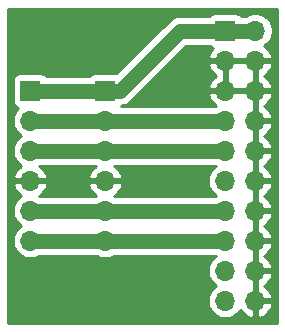
<source format=gtl>
%TF.GenerationSoftware,KiCad,Pcbnew,5.1.10-1.fc32*%
%TF.CreationDate,2021-08-09T17:47:35+02:00*%
%TF.ProjectId,stlink_dongle,73746c69-6e6b-45f6-946f-6e676c652e6b,rev?*%
%TF.SameCoordinates,Original*%
%TF.FileFunction,Copper,L1,Top*%
%TF.FilePolarity,Positive*%
%FSLAX46Y46*%
G04 Gerber Fmt 4.6, Leading zero omitted, Abs format (unit mm)*
G04 Created by KiCad (PCBNEW 5.1.10-1.fc32) date 2021-08-09 17:47:35*
%MOMM*%
%LPD*%
G01*
G04 APERTURE LIST*
%TA.AperFunction,ComponentPad*%
%ADD10R,1.700000X1.700000*%
%TD*%
%TA.AperFunction,ComponentPad*%
%ADD11O,1.700000X1.700000*%
%TD*%
%TA.AperFunction,Conductor*%
%ADD12C,1.270000*%
%TD*%
%TA.AperFunction,Conductor*%
%ADD13C,0.254000*%
%TD*%
%TA.AperFunction,Conductor*%
%ADD14C,0.100000*%
%TD*%
G04 APERTURE END LIST*
D10*
%TO.P,J1,1*%
%TO.N,/target_vdd*%
X190500000Y-81280000D03*
D11*
%TO.P,J1,2*%
%TO.N,/swd_io*%
X190500000Y-83820000D03*
%TO.P,J1,3*%
%TO.N,/swd_clk*%
X190500000Y-86360000D03*
%TO.P,J1,4*%
%TO.N,GND*%
X190500000Y-88900000D03*
%TO.P,J1,5*%
%TO.N,/traceswo*%
X190500000Y-91440000D03*
%TO.P,J1,6*%
%TO.N,/nrst*%
X190500000Y-93980000D03*
%TD*%
D10*
%TO.P,J2,1*%
%TO.N,/target_vdd*%
X196850000Y-81280000D03*
D11*
%TO.P,J2,2*%
%TO.N,/swd_io*%
X196850000Y-83820000D03*
%TO.P,J2,3*%
%TO.N,/swd_clk*%
X196850000Y-86360000D03*
%TO.P,J2,4*%
%TO.N,GND*%
X196850000Y-88900000D03*
%TO.P,J2,5*%
%TO.N,/traceswo*%
X196850000Y-91440000D03*
%TO.P,J2,6*%
%TO.N,/nrst*%
X196850000Y-93980000D03*
%TD*%
D10*
%TO.P,J3,1*%
%TO.N,/target_vdd*%
X207010000Y-76200000D03*
D11*
%TO.P,J3,2*%
X209550000Y-76200000D03*
%TO.P,J3,3*%
%TO.N,GND*%
X207010000Y-78740000D03*
%TO.P,J3,4*%
X209550000Y-78740000D03*
%TO.P,J3,5*%
X207010000Y-81280000D03*
%TO.P,J3,6*%
X209550000Y-81280000D03*
%TO.P,J3,7*%
%TO.N,/swd_io*%
X207010000Y-83820000D03*
%TO.P,J3,8*%
%TO.N,GND*%
X209550000Y-83820000D03*
%TO.P,J3,9*%
%TO.N,/swd_clk*%
X207010000Y-86360000D03*
%TO.P,J3,10*%
%TO.N,GND*%
X209550000Y-86360000D03*
%TO.P,J3,11*%
%TO.N,Net-(J3-Pad11)*%
X207010000Y-88900000D03*
%TO.P,J3,12*%
%TO.N,GND*%
X209550000Y-88900000D03*
%TO.P,J3,13*%
%TO.N,/traceswo*%
X207010000Y-91440000D03*
%TO.P,J3,14*%
%TO.N,GND*%
X209550000Y-91440000D03*
%TO.P,J3,15*%
%TO.N,/nrst*%
X207010000Y-93980000D03*
%TO.P,J3,16*%
%TO.N,GND*%
X209550000Y-93980000D03*
%TO.P,J3,17*%
%TO.N,Net-(J3-Pad17)*%
X207010000Y-96520000D03*
%TO.P,J3,18*%
%TO.N,GND*%
X209550000Y-96520000D03*
%TO.P,J3,19*%
%TO.N,Net-(J3-Pad19)*%
X207010000Y-99060000D03*
%TO.P,J3,20*%
%TO.N,GND*%
X209550000Y-99060000D03*
%TD*%
D12*
%TO.N,/target_vdd*%
X196850000Y-81280000D02*
X198120000Y-81280000D01*
X203200000Y-76200000D02*
X207010000Y-76200000D01*
X198120000Y-81280000D02*
X203200000Y-76200000D01*
X207010000Y-76200000D02*
X209550000Y-76200000D01*
X190500000Y-81280000D02*
X196850000Y-81280000D01*
%TO.N,/swd_io*%
X196850000Y-83820000D02*
X207010000Y-83820000D01*
X190500000Y-83820000D02*
X196850000Y-83820000D01*
%TO.N,/swd_clk*%
X196850000Y-86360000D02*
X207010000Y-86360000D01*
X190500000Y-86360000D02*
X196850000Y-86360000D01*
%TO.N,/traceswo*%
X196850000Y-91440000D02*
X207010000Y-91440000D01*
X190500000Y-91440000D02*
X196850000Y-91440000D01*
%TO.N,/nrst*%
X190500000Y-93980000D02*
X196850000Y-93980000D01*
X196850000Y-93980000D02*
X207010000Y-93980000D01*
%TD*%
D13*
%TO.N,GND*%
X211405001Y-100915000D02*
X188645000Y-100915000D01*
X188645000Y-80430000D01*
X189011928Y-80430000D01*
X189011928Y-82130000D01*
X189024188Y-82254482D01*
X189060498Y-82374180D01*
X189119463Y-82484494D01*
X189198815Y-82581185D01*
X189295506Y-82660537D01*
X189405820Y-82719502D01*
X189478380Y-82741513D01*
X189346525Y-82873368D01*
X189184010Y-83116589D01*
X189072068Y-83386842D01*
X189015000Y-83673740D01*
X189015000Y-83966260D01*
X189072068Y-84253158D01*
X189184010Y-84523411D01*
X189346525Y-84766632D01*
X189553368Y-84973475D01*
X189727760Y-85090000D01*
X189553368Y-85206525D01*
X189346525Y-85413368D01*
X189184010Y-85656589D01*
X189072068Y-85926842D01*
X189015000Y-86213740D01*
X189015000Y-86506260D01*
X189072068Y-86793158D01*
X189184010Y-87063411D01*
X189346525Y-87306632D01*
X189553368Y-87513475D01*
X189735534Y-87635195D01*
X189618645Y-87704822D01*
X189402412Y-87899731D01*
X189228359Y-88133080D01*
X189103175Y-88395901D01*
X189058524Y-88543110D01*
X189179845Y-88773000D01*
X190373000Y-88773000D01*
X190373000Y-88753000D01*
X190627000Y-88753000D01*
X190627000Y-88773000D01*
X191820155Y-88773000D01*
X191941476Y-88543110D01*
X191896825Y-88395901D01*
X191771641Y-88133080D01*
X191597588Y-87899731D01*
X191381355Y-87704822D01*
X191264466Y-87635195D01*
X191272240Y-87630000D01*
X196077760Y-87630000D01*
X196085534Y-87635195D01*
X195968645Y-87704822D01*
X195752412Y-87899731D01*
X195578359Y-88133080D01*
X195453175Y-88395901D01*
X195408524Y-88543110D01*
X195529845Y-88773000D01*
X196723000Y-88773000D01*
X196723000Y-88753000D01*
X196977000Y-88753000D01*
X196977000Y-88773000D01*
X198170155Y-88773000D01*
X198291476Y-88543110D01*
X198246825Y-88395901D01*
X198121641Y-88133080D01*
X197947588Y-87899731D01*
X197731355Y-87704822D01*
X197614466Y-87635195D01*
X197622240Y-87630000D01*
X206237760Y-87630000D01*
X206063368Y-87746525D01*
X205856525Y-87953368D01*
X205694010Y-88196589D01*
X205582068Y-88466842D01*
X205525000Y-88753740D01*
X205525000Y-89046260D01*
X205582068Y-89333158D01*
X205694010Y-89603411D01*
X205856525Y-89846632D01*
X206063368Y-90053475D01*
X206237760Y-90170000D01*
X197622240Y-90170000D01*
X197614466Y-90164805D01*
X197731355Y-90095178D01*
X197947588Y-89900269D01*
X198121641Y-89666920D01*
X198246825Y-89404099D01*
X198291476Y-89256890D01*
X198170155Y-89027000D01*
X196977000Y-89027000D01*
X196977000Y-89047000D01*
X196723000Y-89047000D01*
X196723000Y-89027000D01*
X195529845Y-89027000D01*
X195408524Y-89256890D01*
X195453175Y-89404099D01*
X195578359Y-89666920D01*
X195752412Y-89900269D01*
X195968645Y-90095178D01*
X196085534Y-90164805D01*
X196077760Y-90170000D01*
X191272240Y-90170000D01*
X191264466Y-90164805D01*
X191381355Y-90095178D01*
X191597588Y-89900269D01*
X191771641Y-89666920D01*
X191896825Y-89404099D01*
X191941476Y-89256890D01*
X191820155Y-89027000D01*
X190627000Y-89027000D01*
X190627000Y-89047000D01*
X190373000Y-89047000D01*
X190373000Y-89027000D01*
X189179845Y-89027000D01*
X189058524Y-89256890D01*
X189103175Y-89404099D01*
X189228359Y-89666920D01*
X189402412Y-89900269D01*
X189618645Y-90095178D01*
X189735534Y-90164805D01*
X189553368Y-90286525D01*
X189346525Y-90493368D01*
X189184010Y-90736589D01*
X189072068Y-91006842D01*
X189015000Y-91293740D01*
X189015000Y-91586260D01*
X189072068Y-91873158D01*
X189184010Y-92143411D01*
X189346525Y-92386632D01*
X189553368Y-92593475D01*
X189727760Y-92710000D01*
X189553368Y-92826525D01*
X189346525Y-93033368D01*
X189184010Y-93276589D01*
X189072068Y-93546842D01*
X189015000Y-93833740D01*
X189015000Y-94126260D01*
X189072068Y-94413158D01*
X189184010Y-94683411D01*
X189346525Y-94926632D01*
X189553368Y-95133475D01*
X189796589Y-95295990D01*
X190066842Y-95407932D01*
X190353740Y-95465000D01*
X190646260Y-95465000D01*
X190933158Y-95407932D01*
X191203411Y-95295990D01*
X191272240Y-95250000D01*
X196077760Y-95250000D01*
X196146589Y-95295990D01*
X196416842Y-95407932D01*
X196703740Y-95465000D01*
X196996260Y-95465000D01*
X197283158Y-95407932D01*
X197553411Y-95295990D01*
X197622240Y-95250000D01*
X206237760Y-95250000D01*
X206063368Y-95366525D01*
X205856525Y-95573368D01*
X205694010Y-95816589D01*
X205582068Y-96086842D01*
X205525000Y-96373740D01*
X205525000Y-96666260D01*
X205582068Y-96953158D01*
X205694010Y-97223411D01*
X205856525Y-97466632D01*
X206063368Y-97673475D01*
X206237760Y-97790000D01*
X206063368Y-97906525D01*
X205856525Y-98113368D01*
X205694010Y-98356589D01*
X205582068Y-98626842D01*
X205525000Y-98913740D01*
X205525000Y-99206260D01*
X205582068Y-99493158D01*
X205694010Y-99763411D01*
X205856525Y-100006632D01*
X206063368Y-100213475D01*
X206306589Y-100375990D01*
X206576842Y-100487932D01*
X206863740Y-100545000D01*
X207156260Y-100545000D01*
X207443158Y-100487932D01*
X207713411Y-100375990D01*
X207956632Y-100213475D01*
X208163475Y-100006632D01*
X208281100Y-99830594D01*
X208452412Y-100060269D01*
X208668645Y-100255178D01*
X208918748Y-100404157D01*
X209193109Y-100501481D01*
X209423000Y-100380814D01*
X209423000Y-99187000D01*
X209677000Y-99187000D01*
X209677000Y-100380814D01*
X209906891Y-100501481D01*
X210181252Y-100404157D01*
X210431355Y-100255178D01*
X210647588Y-100060269D01*
X210821641Y-99826920D01*
X210946825Y-99564099D01*
X210991476Y-99416890D01*
X210870155Y-99187000D01*
X209677000Y-99187000D01*
X209423000Y-99187000D01*
X209403000Y-99187000D01*
X209403000Y-98933000D01*
X209423000Y-98933000D01*
X209423000Y-96647000D01*
X209677000Y-96647000D01*
X209677000Y-98933000D01*
X210870155Y-98933000D01*
X210991476Y-98703110D01*
X210946825Y-98555901D01*
X210821641Y-98293080D01*
X210647588Y-98059731D01*
X210431355Y-97864822D01*
X210305745Y-97790000D01*
X210431355Y-97715178D01*
X210647588Y-97520269D01*
X210821641Y-97286920D01*
X210946825Y-97024099D01*
X210991476Y-96876890D01*
X210870155Y-96647000D01*
X209677000Y-96647000D01*
X209423000Y-96647000D01*
X209403000Y-96647000D01*
X209403000Y-96393000D01*
X209423000Y-96393000D01*
X209423000Y-94107000D01*
X209677000Y-94107000D01*
X209677000Y-96393000D01*
X210870155Y-96393000D01*
X210991476Y-96163110D01*
X210946825Y-96015901D01*
X210821641Y-95753080D01*
X210647588Y-95519731D01*
X210431355Y-95324822D01*
X210305745Y-95250000D01*
X210431355Y-95175178D01*
X210647588Y-94980269D01*
X210821641Y-94746920D01*
X210946825Y-94484099D01*
X210991476Y-94336890D01*
X210870155Y-94107000D01*
X209677000Y-94107000D01*
X209423000Y-94107000D01*
X209403000Y-94107000D01*
X209403000Y-93853000D01*
X209423000Y-93853000D01*
X209423000Y-91567000D01*
X209677000Y-91567000D01*
X209677000Y-93853000D01*
X210870155Y-93853000D01*
X210991476Y-93623110D01*
X210946825Y-93475901D01*
X210821641Y-93213080D01*
X210647588Y-92979731D01*
X210431355Y-92784822D01*
X210305745Y-92710000D01*
X210431355Y-92635178D01*
X210647588Y-92440269D01*
X210821641Y-92206920D01*
X210946825Y-91944099D01*
X210991476Y-91796890D01*
X210870155Y-91567000D01*
X209677000Y-91567000D01*
X209423000Y-91567000D01*
X209403000Y-91567000D01*
X209403000Y-91313000D01*
X209423000Y-91313000D01*
X209423000Y-89027000D01*
X209677000Y-89027000D01*
X209677000Y-91313000D01*
X210870155Y-91313000D01*
X210991476Y-91083110D01*
X210946825Y-90935901D01*
X210821641Y-90673080D01*
X210647588Y-90439731D01*
X210431355Y-90244822D01*
X210305745Y-90170000D01*
X210431355Y-90095178D01*
X210647588Y-89900269D01*
X210821641Y-89666920D01*
X210946825Y-89404099D01*
X210991476Y-89256890D01*
X210870155Y-89027000D01*
X209677000Y-89027000D01*
X209423000Y-89027000D01*
X209403000Y-89027000D01*
X209403000Y-88773000D01*
X209423000Y-88773000D01*
X209423000Y-86487000D01*
X209677000Y-86487000D01*
X209677000Y-88773000D01*
X210870155Y-88773000D01*
X210991476Y-88543110D01*
X210946825Y-88395901D01*
X210821641Y-88133080D01*
X210647588Y-87899731D01*
X210431355Y-87704822D01*
X210305745Y-87630000D01*
X210431355Y-87555178D01*
X210647588Y-87360269D01*
X210821641Y-87126920D01*
X210946825Y-86864099D01*
X210991476Y-86716890D01*
X210870155Y-86487000D01*
X209677000Y-86487000D01*
X209423000Y-86487000D01*
X209403000Y-86487000D01*
X209403000Y-86233000D01*
X209423000Y-86233000D01*
X209423000Y-83947000D01*
X209677000Y-83947000D01*
X209677000Y-86233000D01*
X210870155Y-86233000D01*
X210991476Y-86003110D01*
X210946825Y-85855901D01*
X210821641Y-85593080D01*
X210647588Y-85359731D01*
X210431355Y-85164822D01*
X210305745Y-85090000D01*
X210431355Y-85015178D01*
X210647588Y-84820269D01*
X210821641Y-84586920D01*
X210946825Y-84324099D01*
X210991476Y-84176890D01*
X210870155Y-83947000D01*
X209677000Y-83947000D01*
X209423000Y-83947000D01*
X209403000Y-83947000D01*
X209403000Y-83693000D01*
X209423000Y-83693000D01*
X209423000Y-81407000D01*
X209677000Y-81407000D01*
X209677000Y-83693000D01*
X210870155Y-83693000D01*
X210991476Y-83463110D01*
X210946825Y-83315901D01*
X210821641Y-83053080D01*
X210647588Y-82819731D01*
X210431355Y-82624822D01*
X210305745Y-82550000D01*
X210431355Y-82475178D01*
X210647588Y-82280269D01*
X210821641Y-82046920D01*
X210946825Y-81784099D01*
X210991476Y-81636890D01*
X210870155Y-81407000D01*
X209677000Y-81407000D01*
X209423000Y-81407000D01*
X207137000Y-81407000D01*
X207137000Y-81427000D01*
X206883000Y-81427000D01*
X206883000Y-81407000D01*
X205689845Y-81407000D01*
X205568524Y-81636890D01*
X205613175Y-81784099D01*
X205738359Y-82046920D01*
X205912412Y-82280269D01*
X206128645Y-82475178D01*
X206245534Y-82544805D01*
X206237760Y-82550000D01*
X198182380Y-82550000D01*
X198368963Y-82531623D01*
X198608359Y-82459003D01*
X198828988Y-82341075D01*
X199022370Y-82182370D01*
X199062141Y-82133909D01*
X202099161Y-79096890D01*
X205568524Y-79096890D01*
X205613175Y-79244099D01*
X205738359Y-79506920D01*
X205912412Y-79740269D01*
X206128645Y-79935178D01*
X206254255Y-80010000D01*
X206128645Y-80084822D01*
X205912412Y-80279731D01*
X205738359Y-80513080D01*
X205613175Y-80775901D01*
X205568524Y-80923110D01*
X205689845Y-81153000D01*
X206883000Y-81153000D01*
X206883000Y-78867000D01*
X207137000Y-78867000D01*
X207137000Y-81153000D01*
X209423000Y-81153000D01*
X209423000Y-78867000D01*
X209677000Y-78867000D01*
X209677000Y-81153000D01*
X210870155Y-81153000D01*
X210991476Y-80923110D01*
X210946825Y-80775901D01*
X210821641Y-80513080D01*
X210647588Y-80279731D01*
X210431355Y-80084822D01*
X210305745Y-80010000D01*
X210431355Y-79935178D01*
X210647588Y-79740269D01*
X210821641Y-79506920D01*
X210946825Y-79244099D01*
X210991476Y-79096890D01*
X210870155Y-78867000D01*
X209677000Y-78867000D01*
X209423000Y-78867000D01*
X207137000Y-78867000D01*
X206883000Y-78867000D01*
X205689845Y-78867000D01*
X205568524Y-79096890D01*
X202099161Y-79096890D01*
X203726052Y-77470000D01*
X205683222Y-77470000D01*
X205708815Y-77501185D01*
X205805506Y-77580537D01*
X205915820Y-77639502D01*
X205996466Y-77663966D01*
X205912412Y-77739731D01*
X205738359Y-77973080D01*
X205613175Y-78235901D01*
X205568524Y-78383110D01*
X205689845Y-78613000D01*
X206883000Y-78613000D01*
X206883000Y-78593000D01*
X207137000Y-78593000D01*
X207137000Y-78613000D01*
X209423000Y-78613000D01*
X209423000Y-78593000D01*
X209677000Y-78593000D01*
X209677000Y-78613000D01*
X210870155Y-78613000D01*
X210991476Y-78383110D01*
X210946825Y-78235901D01*
X210821641Y-77973080D01*
X210647588Y-77739731D01*
X210431355Y-77544822D01*
X210314466Y-77475195D01*
X210496632Y-77353475D01*
X210703475Y-77146632D01*
X210865990Y-76903411D01*
X210977932Y-76633158D01*
X211035000Y-76346260D01*
X211035000Y-76053740D01*
X210977932Y-75766842D01*
X210865990Y-75496589D01*
X210703475Y-75253368D01*
X210496632Y-75046525D01*
X210253411Y-74884010D01*
X209983158Y-74772068D01*
X209696260Y-74715000D01*
X209403740Y-74715000D01*
X209116842Y-74772068D01*
X208846589Y-74884010D01*
X208777760Y-74930000D01*
X208336778Y-74930000D01*
X208311185Y-74898815D01*
X208214494Y-74819463D01*
X208104180Y-74760498D01*
X207984482Y-74724188D01*
X207860000Y-74711928D01*
X206160000Y-74711928D01*
X206035518Y-74724188D01*
X205915820Y-74760498D01*
X205805506Y-74819463D01*
X205708815Y-74898815D01*
X205683222Y-74930000D01*
X203262373Y-74930000D01*
X203200000Y-74923857D01*
X203137627Y-74930000D01*
X203137620Y-74930000D01*
X202974347Y-74946081D01*
X202951036Y-74948377D01*
X202711641Y-75020997D01*
X202491012Y-75138925D01*
X202396086Y-75216829D01*
X202346083Y-75257865D01*
X202346080Y-75257868D01*
X202297630Y-75297630D01*
X202257868Y-75346080D01*
X197801978Y-79801972D01*
X197700000Y-79791928D01*
X196000000Y-79791928D01*
X195875518Y-79804188D01*
X195755820Y-79840498D01*
X195645506Y-79899463D01*
X195548815Y-79978815D01*
X195523222Y-80010000D01*
X191826778Y-80010000D01*
X191801185Y-79978815D01*
X191704494Y-79899463D01*
X191594180Y-79840498D01*
X191474482Y-79804188D01*
X191350000Y-79791928D01*
X189650000Y-79791928D01*
X189525518Y-79804188D01*
X189405820Y-79840498D01*
X189295506Y-79899463D01*
X189198815Y-79978815D01*
X189119463Y-80075506D01*
X189060498Y-80185820D01*
X189024188Y-80305518D01*
X189011928Y-80430000D01*
X188645000Y-80430000D01*
X188645000Y-74345000D01*
X211405000Y-74345000D01*
X211405001Y-100915000D01*
%TA.AperFunction,Conductor*%
D14*
G36*
X211405001Y-100915000D02*
G01*
X188645000Y-100915000D01*
X188645000Y-80430000D01*
X189011928Y-80430000D01*
X189011928Y-82130000D01*
X189024188Y-82254482D01*
X189060498Y-82374180D01*
X189119463Y-82484494D01*
X189198815Y-82581185D01*
X189295506Y-82660537D01*
X189405820Y-82719502D01*
X189478380Y-82741513D01*
X189346525Y-82873368D01*
X189184010Y-83116589D01*
X189072068Y-83386842D01*
X189015000Y-83673740D01*
X189015000Y-83966260D01*
X189072068Y-84253158D01*
X189184010Y-84523411D01*
X189346525Y-84766632D01*
X189553368Y-84973475D01*
X189727760Y-85090000D01*
X189553368Y-85206525D01*
X189346525Y-85413368D01*
X189184010Y-85656589D01*
X189072068Y-85926842D01*
X189015000Y-86213740D01*
X189015000Y-86506260D01*
X189072068Y-86793158D01*
X189184010Y-87063411D01*
X189346525Y-87306632D01*
X189553368Y-87513475D01*
X189735534Y-87635195D01*
X189618645Y-87704822D01*
X189402412Y-87899731D01*
X189228359Y-88133080D01*
X189103175Y-88395901D01*
X189058524Y-88543110D01*
X189179845Y-88773000D01*
X190373000Y-88773000D01*
X190373000Y-88753000D01*
X190627000Y-88753000D01*
X190627000Y-88773000D01*
X191820155Y-88773000D01*
X191941476Y-88543110D01*
X191896825Y-88395901D01*
X191771641Y-88133080D01*
X191597588Y-87899731D01*
X191381355Y-87704822D01*
X191264466Y-87635195D01*
X191272240Y-87630000D01*
X196077760Y-87630000D01*
X196085534Y-87635195D01*
X195968645Y-87704822D01*
X195752412Y-87899731D01*
X195578359Y-88133080D01*
X195453175Y-88395901D01*
X195408524Y-88543110D01*
X195529845Y-88773000D01*
X196723000Y-88773000D01*
X196723000Y-88753000D01*
X196977000Y-88753000D01*
X196977000Y-88773000D01*
X198170155Y-88773000D01*
X198291476Y-88543110D01*
X198246825Y-88395901D01*
X198121641Y-88133080D01*
X197947588Y-87899731D01*
X197731355Y-87704822D01*
X197614466Y-87635195D01*
X197622240Y-87630000D01*
X206237760Y-87630000D01*
X206063368Y-87746525D01*
X205856525Y-87953368D01*
X205694010Y-88196589D01*
X205582068Y-88466842D01*
X205525000Y-88753740D01*
X205525000Y-89046260D01*
X205582068Y-89333158D01*
X205694010Y-89603411D01*
X205856525Y-89846632D01*
X206063368Y-90053475D01*
X206237760Y-90170000D01*
X197622240Y-90170000D01*
X197614466Y-90164805D01*
X197731355Y-90095178D01*
X197947588Y-89900269D01*
X198121641Y-89666920D01*
X198246825Y-89404099D01*
X198291476Y-89256890D01*
X198170155Y-89027000D01*
X196977000Y-89027000D01*
X196977000Y-89047000D01*
X196723000Y-89047000D01*
X196723000Y-89027000D01*
X195529845Y-89027000D01*
X195408524Y-89256890D01*
X195453175Y-89404099D01*
X195578359Y-89666920D01*
X195752412Y-89900269D01*
X195968645Y-90095178D01*
X196085534Y-90164805D01*
X196077760Y-90170000D01*
X191272240Y-90170000D01*
X191264466Y-90164805D01*
X191381355Y-90095178D01*
X191597588Y-89900269D01*
X191771641Y-89666920D01*
X191896825Y-89404099D01*
X191941476Y-89256890D01*
X191820155Y-89027000D01*
X190627000Y-89027000D01*
X190627000Y-89047000D01*
X190373000Y-89047000D01*
X190373000Y-89027000D01*
X189179845Y-89027000D01*
X189058524Y-89256890D01*
X189103175Y-89404099D01*
X189228359Y-89666920D01*
X189402412Y-89900269D01*
X189618645Y-90095178D01*
X189735534Y-90164805D01*
X189553368Y-90286525D01*
X189346525Y-90493368D01*
X189184010Y-90736589D01*
X189072068Y-91006842D01*
X189015000Y-91293740D01*
X189015000Y-91586260D01*
X189072068Y-91873158D01*
X189184010Y-92143411D01*
X189346525Y-92386632D01*
X189553368Y-92593475D01*
X189727760Y-92710000D01*
X189553368Y-92826525D01*
X189346525Y-93033368D01*
X189184010Y-93276589D01*
X189072068Y-93546842D01*
X189015000Y-93833740D01*
X189015000Y-94126260D01*
X189072068Y-94413158D01*
X189184010Y-94683411D01*
X189346525Y-94926632D01*
X189553368Y-95133475D01*
X189796589Y-95295990D01*
X190066842Y-95407932D01*
X190353740Y-95465000D01*
X190646260Y-95465000D01*
X190933158Y-95407932D01*
X191203411Y-95295990D01*
X191272240Y-95250000D01*
X196077760Y-95250000D01*
X196146589Y-95295990D01*
X196416842Y-95407932D01*
X196703740Y-95465000D01*
X196996260Y-95465000D01*
X197283158Y-95407932D01*
X197553411Y-95295990D01*
X197622240Y-95250000D01*
X206237760Y-95250000D01*
X206063368Y-95366525D01*
X205856525Y-95573368D01*
X205694010Y-95816589D01*
X205582068Y-96086842D01*
X205525000Y-96373740D01*
X205525000Y-96666260D01*
X205582068Y-96953158D01*
X205694010Y-97223411D01*
X205856525Y-97466632D01*
X206063368Y-97673475D01*
X206237760Y-97790000D01*
X206063368Y-97906525D01*
X205856525Y-98113368D01*
X205694010Y-98356589D01*
X205582068Y-98626842D01*
X205525000Y-98913740D01*
X205525000Y-99206260D01*
X205582068Y-99493158D01*
X205694010Y-99763411D01*
X205856525Y-100006632D01*
X206063368Y-100213475D01*
X206306589Y-100375990D01*
X206576842Y-100487932D01*
X206863740Y-100545000D01*
X207156260Y-100545000D01*
X207443158Y-100487932D01*
X207713411Y-100375990D01*
X207956632Y-100213475D01*
X208163475Y-100006632D01*
X208281100Y-99830594D01*
X208452412Y-100060269D01*
X208668645Y-100255178D01*
X208918748Y-100404157D01*
X209193109Y-100501481D01*
X209423000Y-100380814D01*
X209423000Y-99187000D01*
X209677000Y-99187000D01*
X209677000Y-100380814D01*
X209906891Y-100501481D01*
X210181252Y-100404157D01*
X210431355Y-100255178D01*
X210647588Y-100060269D01*
X210821641Y-99826920D01*
X210946825Y-99564099D01*
X210991476Y-99416890D01*
X210870155Y-99187000D01*
X209677000Y-99187000D01*
X209423000Y-99187000D01*
X209403000Y-99187000D01*
X209403000Y-98933000D01*
X209423000Y-98933000D01*
X209423000Y-96647000D01*
X209677000Y-96647000D01*
X209677000Y-98933000D01*
X210870155Y-98933000D01*
X210991476Y-98703110D01*
X210946825Y-98555901D01*
X210821641Y-98293080D01*
X210647588Y-98059731D01*
X210431355Y-97864822D01*
X210305745Y-97790000D01*
X210431355Y-97715178D01*
X210647588Y-97520269D01*
X210821641Y-97286920D01*
X210946825Y-97024099D01*
X210991476Y-96876890D01*
X210870155Y-96647000D01*
X209677000Y-96647000D01*
X209423000Y-96647000D01*
X209403000Y-96647000D01*
X209403000Y-96393000D01*
X209423000Y-96393000D01*
X209423000Y-94107000D01*
X209677000Y-94107000D01*
X209677000Y-96393000D01*
X210870155Y-96393000D01*
X210991476Y-96163110D01*
X210946825Y-96015901D01*
X210821641Y-95753080D01*
X210647588Y-95519731D01*
X210431355Y-95324822D01*
X210305745Y-95250000D01*
X210431355Y-95175178D01*
X210647588Y-94980269D01*
X210821641Y-94746920D01*
X210946825Y-94484099D01*
X210991476Y-94336890D01*
X210870155Y-94107000D01*
X209677000Y-94107000D01*
X209423000Y-94107000D01*
X209403000Y-94107000D01*
X209403000Y-93853000D01*
X209423000Y-93853000D01*
X209423000Y-91567000D01*
X209677000Y-91567000D01*
X209677000Y-93853000D01*
X210870155Y-93853000D01*
X210991476Y-93623110D01*
X210946825Y-93475901D01*
X210821641Y-93213080D01*
X210647588Y-92979731D01*
X210431355Y-92784822D01*
X210305745Y-92710000D01*
X210431355Y-92635178D01*
X210647588Y-92440269D01*
X210821641Y-92206920D01*
X210946825Y-91944099D01*
X210991476Y-91796890D01*
X210870155Y-91567000D01*
X209677000Y-91567000D01*
X209423000Y-91567000D01*
X209403000Y-91567000D01*
X209403000Y-91313000D01*
X209423000Y-91313000D01*
X209423000Y-89027000D01*
X209677000Y-89027000D01*
X209677000Y-91313000D01*
X210870155Y-91313000D01*
X210991476Y-91083110D01*
X210946825Y-90935901D01*
X210821641Y-90673080D01*
X210647588Y-90439731D01*
X210431355Y-90244822D01*
X210305745Y-90170000D01*
X210431355Y-90095178D01*
X210647588Y-89900269D01*
X210821641Y-89666920D01*
X210946825Y-89404099D01*
X210991476Y-89256890D01*
X210870155Y-89027000D01*
X209677000Y-89027000D01*
X209423000Y-89027000D01*
X209403000Y-89027000D01*
X209403000Y-88773000D01*
X209423000Y-88773000D01*
X209423000Y-86487000D01*
X209677000Y-86487000D01*
X209677000Y-88773000D01*
X210870155Y-88773000D01*
X210991476Y-88543110D01*
X210946825Y-88395901D01*
X210821641Y-88133080D01*
X210647588Y-87899731D01*
X210431355Y-87704822D01*
X210305745Y-87630000D01*
X210431355Y-87555178D01*
X210647588Y-87360269D01*
X210821641Y-87126920D01*
X210946825Y-86864099D01*
X210991476Y-86716890D01*
X210870155Y-86487000D01*
X209677000Y-86487000D01*
X209423000Y-86487000D01*
X209403000Y-86487000D01*
X209403000Y-86233000D01*
X209423000Y-86233000D01*
X209423000Y-83947000D01*
X209677000Y-83947000D01*
X209677000Y-86233000D01*
X210870155Y-86233000D01*
X210991476Y-86003110D01*
X210946825Y-85855901D01*
X210821641Y-85593080D01*
X210647588Y-85359731D01*
X210431355Y-85164822D01*
X210305745Y-85090000D01*
X210431355Y-85015178D01*
X210647588Y-84820269D01*
X210821641Y-84586920D01*
X210946825Y-84324099D01*
X210991476Y-84176890D01*
X210870155Y-83947000D01*
X209677000Y-83947000D01*
X209423000Y-83947000D01*
X209403000Y-83947000D01*
X209403000Y-83693000D01*
X209423000Y-83693000D01*
X209423000Y-81407000D01*
X209677000Y-81407000D01*
X209677000Y-83693000D01*
X210870155Y-83693000D01*
X210991476Y-83463110D01*
X210946825Y-83315901D01*
X210821641Y-83053080D01*
X210647588Y-82819731D01*
X210431355Y-82624822D01*
X210305745Y-82550000D01*
X210431355Y-82475178D01*
X210647588Y-82280269D01*
X210821641Y-82046920D01*
X210946825Y-81784099D01*
X210991476Y-81636890D01*
X210870155Y-81407000D01*
X209677000Y-81407000D01*
X209423000Y-81407000D01*
X207137000Y-81407000D01*
X207137000Y-81427000D01*
X206883000Y-81427000D01*
X206883000Y-81407000D01*
X205689845Y-81407000D01*
X205568524Y-81636890D01*
X205613175Y-81784099D01*
X205738359Y-82046920D01*
X205912412Y-82280269D01*
X206128645Y-82475178D01*
X206245534Y-82544805D01*
X206237760Y-82550000D01*
X198182380Y-82550000D01*
X198368963Y-82531623D01*
X198608359Y-82459003D01*
X198828988Y-82341075D01*
X199022370Y-82182370D01*
X199062141Y-82133909D01*
X202099161Y-79096890D01*
X205568524Y-79096890D01*
X205613175Y-79244099D01*
X205738359Y-79506920D01*
X205912412Y-79740269D01*
X206128645Y-79935178D01*
X206254255Y-80010000D01*
X206128645Y-80084822D01*
X205912412Y-80279731D01*
X205738359Y-80513080D01*
X205613175Y-80775901D01*
X205568524Y-80923110D01*
X205689845Y-81153000D01*
X206883000Y-81153000D01*
X206883000Y-78867000D01*
X207137000Y-78867000D01*
X207137000Y-81153000D01*
X209423000Y-81153000D01*
X209423000Y-78867000D01*
X209677000Y-78867000D01*
X209677000Y-81153000D01*
X210870155Y-81153000D01*
X210991476Y-80923110D01*
X210946825Y-80775901D01*
X210821641Y-80513080D01*
X210647588Y-80279731D01*
X210431355Y-80084822D01*
X210305745Y-80010000D01*
X210431355Y-79935178D01*
X210647588Y-79740269D01*
X210821641Y-79506920D01*
X210946825Y-79244099D01*
X210991476Y-79096890D01*
X210870155Y-78867000D01*
X209677000Y-78867000D01*
X209423000Y-78867000D01*
X207137000Y-78867000D01*
X206883000Y-78867000D01*
X205689845Y-78867000D01*
X205568524Y-79096890D01*
X202099161Y-79096890D01*
X203726052Y-77470000D01*
X205683222Y-77470000D01*
X205708815Y-77501185D01*
X205805506Y-77580537D01*
X205915820Y-77639502D01*
X205996466Y-77663966D01*
X205912412Y-77739731D01*
X205738359Y-77973080D01*
X205613175Y-78235901D01*
X205568524Y-78383110D01*
X205689845Y-78613000D01*
X206883000Y-78613000D01*
X206883000Y-78593000D01*
X207137000Y-78593000D01*
X207137000Y-78613000D01*
X209423000Y-78613000D01*
X209423000Y-78593000D01*
X209677000Y-78593000D01*
X209677000Y-78613000D01*
X210870155Y-78613000D01*
X210991476Y-78383110D01*
X210946825Y-78235901D01*
X210821641Y-77973080D01*
X210647588Y-77739731D01*
X210431355Y-77544822D01*
X210314466Y-77475195D01*
X210496632Y-77353475D01*
X210703475Y-77146632D01*
X210865990Y-76903411D01*
X210977932Y-76633158D01*
X211035000Y-76346260D01*
X211035000Y-76053740D01*
X210977932Y-75766842D01*
X210865990Y-75496589D01*
X210703475Y-75253368D01*
X210496632Y-75046525D01*
X210253411Y-74884010D01*
X209983158Y-74772068D01*
X209696260Y-74715000D01*
X209403740Y-74715000D01*
X209116842Y-74772068D01*
X208846589Y-74884010D01*
X208777760Y-74930000D01*
X208336778Y-74930000D01*
X208311185Y-74898815D01*
X208214494Y-74819463D01*
X208104180Y-74760498D01*
X207984482Y-74724188D01*
X207860000Y-74711928D01*
X206160000Y-74711928D01*
X206035518Y-74724188D01*
X205915820Y-74760498D01*
X205805506Y-74819463D01*
X205708815Y-74898815D01*
X205683222Y-74930000D01*
X203262373Y-74930000D01*
X203200000Y-74923857D01*
X203137627Y-74930000D01*
X203137620Y-74930000D01*
X202974347Y-74946081D01*
X202951036Y-74948377D01*
X202711641Y-75020997D01*
X202491012Y-75138925D01*
X202396086Y-75216829D01*
X202346083Y-75257865D01*
X202346080Y-75257868D01*
X202297630Y-75297630D01*
X202257868Y-75346080D01*
X197801978Y-79801972D01*
X197700000Y-79791928D01*
X196000000Y-79791928D01*
X195875518Y-79804188D01*
X195755820Y-79840498D01*
X195645506Y-79899463D01*
X195548815Y-79978815D01*
X195523222Y-80010000D01*
X191826778Y-80010000D01*
X191801185Y-79978815D01*
X191704494Y-79899463D01*
X191594180Y-79840498D01*
X191474482Y-79804188D01*
X191350000Y-79791928D01*
X189650000Y-79791928D01*
X189525518Y-79804188D01*
X189405820Y-79840498D01*
X189295506Y-79899463D01*
X189198815Y-79978815D01*
X189119463Y-80075506D01*
X189060498Y-80185820D01*
X189024188Y-80305518D01*
X189011928Y-80430000D01*
X188645000Y-80430000D01*
X188645000Y-74345000D01*
X211405000Y-74345000D01*
X211405001Y-100915000D01*
G37*
%TD.AperFunction*%
%TD*%
M02*

</source>
